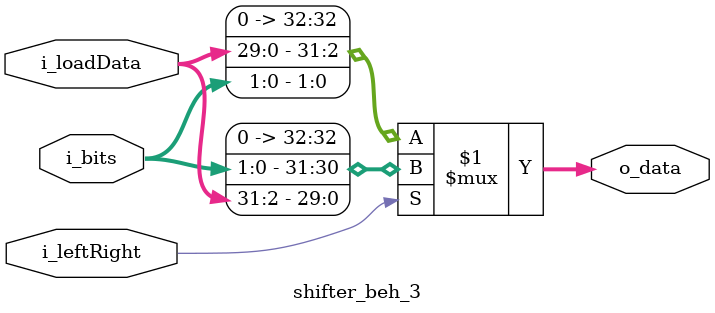
<source format=v>
module shifter_nb(o_data, i_bit, i_loadData, i_leftRight, i_loadEn_, i_clr_, i_clk);
  parameter n = 8;
  output[n-1:0] o_data;
  input [n-1:0] i_loadData;
  input i_bit, i_leftRight, i_loadEn_, i_clr_, i_clk; 
  //asynchronous clear and synchronous load
  reg [n-1:0] data;
  
  assign o_data = data;
  always @ (posedge i_clk or negedge i_clr_) begin
      if (~i_clr_)
  		    data <= 'b0;
      else if (~i_loadEn_)
  	     	data <= i_loadData;
      else if(!i_leftRight)
    	    data <= {data[n-2:0], i_bit};
  	   else	if(i_leftRight)
  	   	  data <= {i_bit, data[n-1:1]};
  end  
endmodule
//8-bit shifter 
module shifter_8b (o_data, i_bit, i_loadData, i_leftRight, i_loadEn_, i_clr_, i_clk);
output[7:0] o_data;
input [7:0] i_loadData;
input i_bit, i_leftRight, i_loadEn_, i_clr_, i_clk; 
//asynchronous clear and synchronous load
reg [7:0] data;

assign o_data = data;
always @ (posedge i_clk or negedge i_clr_) begin
    if (~i_clr_)
		data <= 0;
    else if (~i_loadEn_)
		data <= i_loadData;
    else if(!i_leftRight)
  	   	data <= {data[6:0], i_bit};
	  else	if(i_leftRight)
	   	  data <= {i_bit, data[7:1]};
end
endmodule

//n-bit behavior shifter, 1 bit per clock
module shifter_beh_1 (o_data, i_bit, i_loadData, i_leftRight, i_loadEn_, i_clr_, i_clk);
  parameter nobit = 32;
  output[nobit:0] o_data;
  input[nobit:0]  i_loadData;
  input i_bit, i_leftRight, i_loadEn_, i_clr_, i_clk;   //left:0, right:1
  
  //asynchronous clear and synchronous load
  reg [nobit-1:0] data;
  
  assign o_data = data;
  always @(posedge i_clk or negedge i_clr_) begin
      if (~i_clr_)
  		  data <= 'b0;
      else if (~i_loadEn_)
  		  data <= i_loadData;
      else if(!i_leftRight)
  	   	data <= {data[nobit -2:0], i_bit};
	   	else if(i_leftRight)
	   	  data <= {i_bit, data[nobit -1:1]};
  end
endmodule

//n-bit behavior shifter, 2 bit per clock
module shifter_beh_2 (o_data, i_bits, i_loadData, i_leftRight, i_loadEn_, i_clr_, i_clk);
  parameter nobit = 32;
  output[nobit:0] o_data;
  input[nobit:0]  i_loadData;
  input[1:0] i_bits;
  input i_leftRight, i_loadEn_, i_clr_, i_clk;   //left:0, right:1
  
  //asynchronous clear and synchronous load
  reg [nobit-1:0] data;
  
  assign o_data = data;
  always @(posedge i_clk or negedge i_clr_) begin
      if (~i_clr_)
  		  data <= 'b0;
      else if (~i_loadEn_)
  		  data <= i_loadData;
      else if(!i_leftRight)
  	   	data <= {data[nobit -3:0], i_bits};
	   	else if(i_leftRight)
	   	  data <= {i_bits, data[nobit -1:2]};
  end
endmodule

//n-bit behavior shifter, 2 bit per clock
module shifter_beh_3 (o_data, i_bits, i_loadData, i_leftRight);
  parameter nobit = 32;
  output[nobit:0] o_data;
  input[nobit:0]  i_loadData;
  input[1:0] i_bits;
  input i_leftRight;   //left:0, right:1
  
  //asynchronous clear and synchronous load
  reg [nobit-1:0] data;
  
  assign o_data = (i_leftRight)? {i_bits, i_loadData[nobit -1:2]}: {i_loadData[nobit -3:0], i_bits};  
endmodule
</source>
